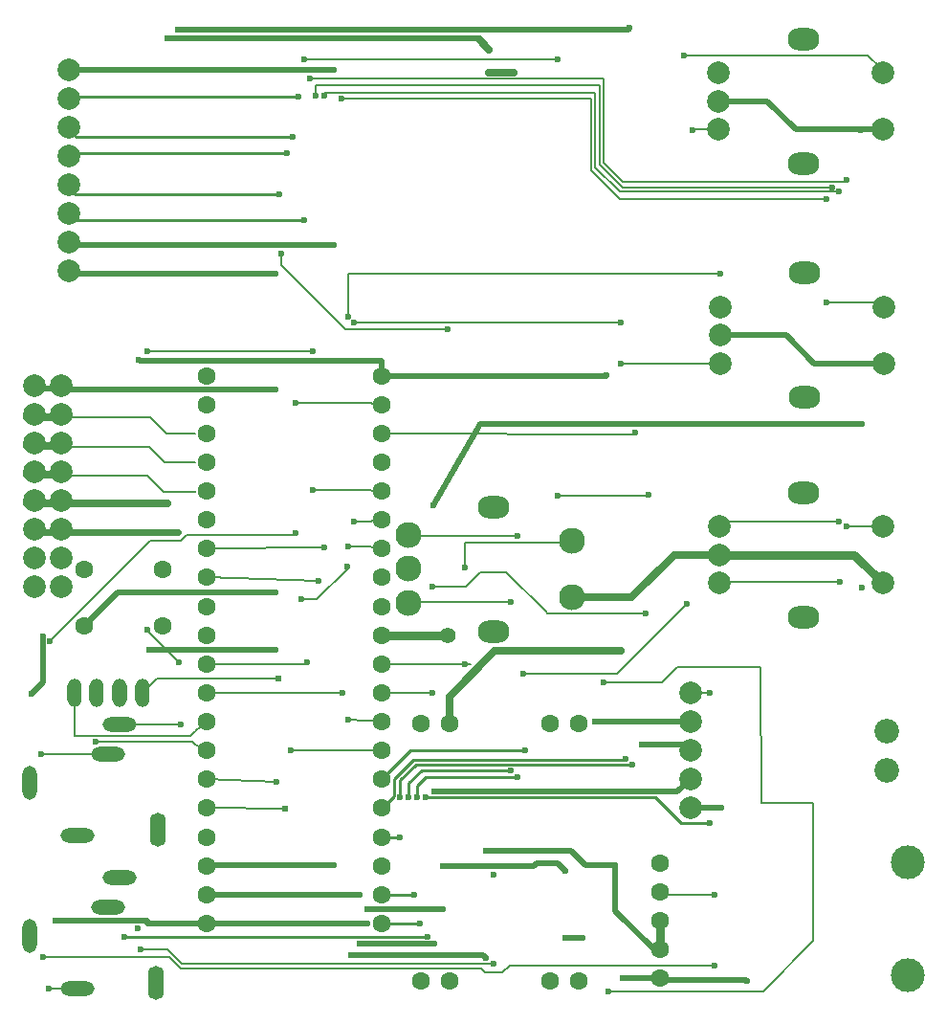
<source format=gbl>
G04 Layer: BottomLayer*
G04 EasyEDA v6.5.54, 2026-02-11 12:30:12*
G04 eb789f6f9b4241e9a458f17a6f4b8d6f,92e600de7ff74937a4e092c024f19ce6,10*
G04 Gerber Generator version 0.2*
G04 Scale: 100 percent, Rotated: No, Reflected: No *
G04 Dimensions in millimeters *
G04 leading zeros omitted , absolute positions ,4 integer and 5 decimal *
%FSLAX45Y45*%
%MOMM*%

%ADD10C,0.5000*%
%ADD11C,0.2000*%
%ADD12C,0.8000*%
%ADD13C,0.2500*%
%ADD14C,0.7000*%
%ADD15C,0.6000*%
%ADD16C,2.3000*%
%ADD17C,0.0128*%
%ADD18O,2.799994X1.999996*%
%ADD19C,2.0000*%
%ADD20C,1.6000*%
%ADD21C,2.9997*%
%ADD22C,2.1844*%
%ADD23O,1.27X2.54*%
%ADD24O,1.28999X2.54*%
%ADD25O,2.999994X1.299997*%
%ADD26O,1.399997X2.999994*%
%ADD27O,1.299997X2.999994*%
%ADD28C,1.4000*%
%ADD29C,0.6200*%

%LPD*%
D10*
X-3924302Y635000D02*
G01*
X-2755902Y635000D01*
X-2730500Y609597D01*
X-2730502Y1562100D02*
G01*
X-2730423Y1562178D01*
X-1981200Y1562178D01*
X-1854200Y1435178D01*
X-1587500Y1435178D01*
X-1587500Y1028778D01*
X-1244600Y685878D01*
X-1193800Y685878D01*
X-1765302Y2705100D02*
G01*
X-1727326Y2705100D01*
X-1727260Y2705166D01*
X-924816Y2705178D01*
X-3659301Y5763107D02*
G01*
X-3657600Y5892800D01*
X-5791199Y5892797D01*
X-5803902Y5905500D01*
X-3659301Y5763107D02*
G01*
X-1663702Y5763082D01*
X-1663702Y5765800D01*
D11*
X-3659380Y5508066D02*
G01*
X-3771902Y5524576D01*
X-4419602Y5524576D01*
X-3659301Y5252999D02*
G01*
X-3659301Y5252999D01*
X-1422405Y5245097D01*
X-1409702Y5257800D01*
X-3659301Y4742891D02*
G01*
X-3841239Y4749878D01*
X-4267202Y4749878D01*
X-4267202Y4749800D01*
X-3659301Y4487824D02*
G01*
X-3776063Y4470400D01*
X-3898902Y4470400D01*
X-3659301Y4232782D02*
G01*
X-3780360Y4254500D01*
X-3949702Y4254500D01*
D12*
X-3659301Y3467633D02*
G01*
X-3071141Y3467633D01*
D11*
X-3659301Y3212566D02*
G01*
X-2868498Y3213100D01*
X-3210816Y2959176D02*
G01*
X-3659301Y2957525D01*
X-3659301Y2702458D02*
G01*
X-3949702Y2717878D01*
X-3949702Y2717800D01*
X-3659301Y2447417D02*
G01*
X-3762885Y2451100D01*
X-4457702Y2451100D01*
D13*
X-3659299Y2192378D02*
G01*
X-3400577Y2451100D01*
X-2387602Y2451100D01*
X-3659380Y1937334D02*
G01*
X-3644902Y1937334D01*
X-3543302Y2038934D01*
X-3543302Y2197176D01*
X-3378202Y2362276D01*
X-1511302Y2362276D01*
X-1498602Y2374976D01*
X-3492502Y2032076D02*
G01*
X-3492502Y2184476D01*
X-3352802Y2324176D01*
X-1435102Y2324176D01*
X-3659299Y1682269D02*
G01*
X-3498372Y1682269D01*
X-3492502Y1676400D01*
X-3659301Y1172159D02*
G01*
X-3659301Y1172159D01*
X-3365502Y1168400D01*
X-3314702Y914400D02*
G01*
X-3659301Y917117D01*
X-3659301Y917117D01*
D10*
X-3784602Y1041400D02*
G01*
X-3111502Y1041400D01*
X-3111500Y1041397D01*
D11*
X-5205298Y4232782D02*
G01*
X-5205298Y4232782D01*
X-4165602Y4241797D01*
X-4165602Y4241800D01*
X-5205298Y3977741D02*
G01*
X-5205298Y3977741D01*
X-4216402Y3949700D01*
X-5205300Y3212564D02*
G01*
X-4331238Y3212564D01*
X-4318002Y3225800D01*
X-5205298Y2957525D02*
G01*
X-5205298Y2957525D01*
X-4000502Y2959100D01*
X-5205298Y2702458D02*
G01*
X-5304538Y2620340D01*
X-5346702Y2578176D01*
X-6376418Y2578176D01*
X-6376418Y2959176D01*
X-5205298Y2447417D02*
G01*
X-5304538Y2497912D01*
X-5334002Y2527376D01*
X-6184902Y2527376D01*
X-4584702Y2171700D02*
G01*
X-5205298Y2192375D01*
X-5205298Y2192375D01*
X-4508502Y1930400D02*
G01*
X-5205298Y1937308D01*
X-5205298Y1937308D01*
D10*
X-5205300Y1427203D02*
G01*
X-5197403Y1435100D01*
X-4076702Y1435100D01*
X-5205300Y1172161D02*
G01*
X-3848102Y1172161D01*
X-3848102Y1168400D01*
X-5714999Y3340097D02*
G01*
X-4597400Y3340097D01*
D11*
X-6591302Y3416376D02*
G01*
X-5702302Y4305376D01*
X-5435602Y4305376D01*
X-5384802Y4356176D01*
X-4432302Y4356176D01*
X-4419602Y4368876D01*
D14*
X-1968756Y3801440D02*
G01*
X-1445516Y3801440D01*
X-1068580Y4178376D01*
X-671832Y4178376D01*
D11*
X-4267202Y5981700D02*
G01*
X-4267205Y5981697D01*
X-5727705Y5981697D01*
X-6079441Y2419708D02*
G01*
X-6086149Y2413000D01*
X-6667502Y2413000D01*
D10*
X-2781300Y5334000D02*
G01*
X-3202754Y4621098D01*
D11*
X-1536700Y5867397D02*
G01*
X-665507Y5867397D01*
X-661489Y5871415D01*
X-1397147Y6667497D02*
G01*
X-660400Y6667497D01*
X-3949702Y6286576D02*
G01*
X-3949702Y6667576D01*
X-1384302Y6667576D01*
X-1803400Y7581900D02*
G01*
X-1549402Y7327976D01*
X279397Y7327976D01*
X-4013202Y8216976D02*
G01*
X-1803402Y8216976D01*
X-1803402Y7835722D01*
X-1803400Y7581900D01*
X-1968502Y8267776D02*
G01*
X-1765302Y8267776D01*
X-1765302Y7607376D01*
X-1549402Y7391476D01*
X393697Y7391476D01*
X-1930402Y8331276D02*
G01*
X-1727202Y8331276D01*
X-1727202Y7632776D01*
X-1524002Y7429576D01*
X330197Y7429576D01*
X-4241802Y8242376D02*
G01*
X-4241802Y8331276D01*
X-1930402Y8331276D01*
X-1892302Y8394776D02*
G01*
X-1689102Y8394776D01*
X-1689102Y7645476D01*
X-1524002Y7480376D01*
X444497Y7480376D01*
X457197Y7493076D01*
X-4292600Y8394697D02*
G01*
X-1892300Y8394700D01*
X-4165602Y8242376D02*
G01*
X-4165602Y8267776D01*
X-1968500Y8267700D01*
D13*
X-2451102Y2209800D02*
G01*
X-3263902Y2209800D01*
X-3340100Y2133602D01*
X-3340100Y2031997D01*
X-3416300Y2031997D02*
G01*
X-3416300Y2158997D01*
X-3301997Y2273300D01*
X-2514602Y2273300D01*
X-3251202Y800100D02*
G01*
X-5930902Y800100D01*
X-5930905Y800097D01*
X-749300Y1803478D02*
G01*
X-1003300Y1803478D01*
X-1231900Y2032078D01*
X-3263823Y2032078D01*
X-3263902Y2032000D01*
D11*
X-977902Y8597900D02*
G01*
X647171Y8597900D01*
X762162Y8482909D01*
X775792Y8441484D01*
X-711202Y546100D02*
G01*
X-2522298Y546100D01*
X-2585801Y482597D01*
X-2740581Y482597D01*
X-2778757Y520778D01*
X-5435600Y520778D01*
X-5537205Y622378D01*
X-6654805Y622378D01*
X-2667002Y558800D02*
G01*
X-5422907Y558800D01*
X-5549905Y685797D01*
X-5791205Y685797D01*
D10*
X-1524002Y431876D02*
G01*
X-1193802Y431876D01*
D11*
X-6553202Y5397576D02*
G01*
X-5702302Y5397576D01*
X-5557776Y5253050D01*
X-5304538Y5253050D01*
X-6553202Y5143576D02*
G01*
X-6553202Y5130876D01*
X-5715002Y5130876D01*
X-5582160Y4998034D01*
X-5304538Y4998034D01*
X-6553202Y4889576D02*
G01*
X-6540502Y4876876D01*
X-5727702Y4876876D01*
X-5588002Y4737176D01*
X-5310380Y4737176D01*
X-5304538Y4742764D01*
D15*
X-5461002Y4381500D02*
G01*
X-5461081Y4381578D01*
X-6794505Y4381578D01*
D10*
X-6654802Y3454400D02*
G01*
X-6654802Y3048081D01*
X-6756405Y2946478D01*
D11*
X-6350005Y342978D02*
G01*
X-6350083Y342900D01*
X-6604002Y342900D01*
D10*
X-3111502Y1422476D02*
G01*
X-2311402Y1422476D01*
X-2286002Y1447876D01*
X-2095502Y1447876D01*
X-2032002Y1384376D01*
X-2032000Y787400D02*
G01*
X-1879602Y787400D01*
D11*
X-1689100Y3048078D02*
G01*
X-1179065Y3048078D01*
X-1039365Y3187778D01*
X-304800Y3187778D01*
X-292100Y1981278D01*
X165100Y1981278D01*
X165100Y762078D01*
X-279476Y317500D01*
X-1651002Y317500D01*
D10*
X-3187702Y2082800D02*
G01*
X-1039139Y2082800D01*
X-924841Y2197097D01*
X-5304642Y917120D02*
G01*
X-3784602Y917120D01*
X-3784602Y914400D01*
X-5304543Y917013D02*
G01*
X-5727705Y917013D01*
X-5727705Y939800D01*
X-6540502Y939800D01*
X-863600Y419178D02*
G01*
X-431881Y419178D01*
X-419102Y406400D01*
D14*
X-3056155Y2686812D02*
G01*
X-3056130Y2925648D01*
X-2654302Y3327476D01*
X-1536702Y3327476D01*
D10*
X-3848102Y736600D02*
G01*
X-3187702Y736600D01*
X-3187700Y736597D01*
D11*
X-2400302Y3124200D02*
G01*
X-1574797Y3124200D01*
X-952500Y3746497D01*
D10*
X596900Y5333997D02*
G01*
X-2781955Y5333997D01*
X-661415Y6121478D02*
G01*
X-76200Y6121478D01*
X173733Y5871286D01*
X788418Y5871540D01*
X775718Y7941386D02*
G01*
X6598Y7941386D01*
X-243593Y8191578D01*
X-674115Y8191578D01*
D12*
X-671934Y4178327D02*
G01*
X528043Y4178327D01*
X778050Y3928315D01*
D11*
X-901702Y7937500D02*
G01*
X-897712Y7941490D01*
X-674189Y7941490D01*
X457200Y4432297D02*
G01*
X774054Y4432297D01*
X778050Y4428309D01*
X279400Y6413497D02*
G01*
X746399Y6413497D01*
X788492Y6371409D01*
X393700Y4470397D02*
G01*
X-629838Y4470397D01*
X-671934Y4428309D01*
X395958Y3936997D02*
G01*
X-663252Y3936997D01*
X-671934Y3928315D01*
D14*
X-1968759Y3801440D02*
G01*
X-1968759Y3848178D01*
D10*
X-647702Y1943176D02*
G01*
X-647702Y1943176D01*
X-924816Y1943938D01*
X-924816Y1943176D01*
D11*
X-3073402Y6172276D02*
G01*
X-3975102Y6172276D01*
X-4546602Y6743776D01*
X-4546602Y6845376D01*
D10*
X-4597402Y3848100D02*
G01*
X-5992776Y3848100D01*
X-6293561Y3547315D01*
X-5461002Y8826500D02*
G01*
X-1473276Y8826500D01*
X-1460500Y8839278D01*
X-5549902Y8750300D02*
G01*
X-2806702Y8750300D01*
X-2794000Y8737597D01*
X-1193802Y431800D02*
G01*
X-1155697Y419100D01*
X-863602Y419100D01*
D13*
X-4394202Y8229600D02*
G01*
X-6388102Y8229600D01*
X-6426205Y8191497D01*
X-4559302Y7366000D02*
G01*
X-6362707Y7366000D01*
X-6426205Y7429497D01*
D10*
X-6794505Y5651497D02*
G01*
X-6553205Y5651497D01*
X-6553202Y5651500D01*
X-4597402Y5638800D02*
G01*
X-6540507Y5638800D01*
X-6553205Y5651497D01*
X-6426205Y6667497D02*
G01*
X-6032505Y6667497D01*
X-4597405Y6667497D01*
X-4597402Y6667500D01*
X-924841Y2501900D02*
G01*
X-1356641Y2501900D01*
X-6426205Y8445497D02*
G01*
X-6400802Y8470900D01*
X-4076702Y8470900D01*
X-4076702Y6921500D02*
G01*
X-4076702Y6921497D01*
X-5334000Y6921497D01*
X-6426205Y6921578D01*
D14*
X-2705102Y8648776D02*
G01*
X-2794002Y8737676D01*
D11*
X-924841Y2959097D02*
G01*
X-749305Y2959097D01*
X-749302Y2959100D01*
X-1320802Y3657676D02*
G01*
X-2194816Y3657676D01*
X-2194816Y3668090D01*
X-2552702Y4025976D01*
X-2781302Y4025976D01*
X-2908302Y3898976D01*
X-3210816Y3898976D01*
D13*
X-4495802Y7734300D02*
G01*
X-6375402Y7734300D01*
X-6426205Y7683497D01*
X-4445002Y7874000D02*
G01*
X-6361610Y7874000D01*
X-6425951Y7938340D01*
D11*
X-2514602Y3759200D02*
G01*
X-3413660Y3759200D01*
X-3418865Y3753995D01*
X-5776290Y2959097D02*
G01*
X-5649287Y3086100D01*
X-4572002Y3086100D01*
D14*
X-6794505Y5397497D02*
G01*
X-6553205Y5397497D01*
X-6553202Y5397500D01*
X-6794505Y5143497D02*
G01*
X-6553205Y5143497D01*
X-6553202Y5143500D01*
X-6794505Y4889497D02*
G01*
X-6553205Y4889497D01*
X-6553202Y4889500D01*
X-6794505Y4635497D02*
G01*
X-6553205Y4635497D01*
X-6553202Y4635500D01*
X-5549902Y4635500D02*
G01*
X-6794502Y4635500D01*
X-6794505Y4635497D01*
D12*
X-1193802Y685800D02*
G01*
X-1193802Y939800D01*
D14*
X-2705102Y8445576D02*
G01*
X-2489202Y8445576D01*
D11*
X-3898900Y6235697D02*
G01*
X-1536705Y6235697D01*
X-1536702Y6235700D01*
X-2095502Y4699000D02*
G01*
X-1305839Y4699000D01*
X-1293141Y4711697D01*
X-4368802Y3784600D02*
G01*
X-4229102Y3784600D01*
X-3962400Y4051302D01*
X-3962400Y4076697D01*
X-5727705Y3517897D02*
G01*
X-5727705Y3505202D01*
X-5448302Y3225800D01*
X-5435602Y2679700D02*
G01*
X-5979340Y2679700D01*
X-5979416Y2679778D01*
X-3418842Y4353890D02*
G01*
X-3418842Y4343400D01*
X-2451102Y4343400D01*
X-2918716Y4064076D02*
G01*
X-2918716Y4286072D01*
X-1953516Y4286072D01*
X-1968756Y4301312D01*
X-1193800Y1193797D02*
G01*
X-1193800Y1168400D01*
X-711202Y1168400D01*
D13*
X-6426205Y7175578D02*
G01*
X-6388026Y7137400D01*
X-4343402Y7137400D01*
D11*
X-4343400Y8559797D02*
G01*
X-2095502Y8559797D01*
X-2095502Y8559800D01*
D16*
G01*
X-3418867Y4353991D03*
G01*
X-3418867Y4053992D03*
G01*
X-3418867Y3753993D03*
G01*
X-1968883Y3801338D03*
G01*
X-1968883Y4301337D03*
D18*
G01*
X-2668882Y4601337D03*
G01*
X-2668882Y3501339D03*
D19*
G01*
X-6426202Y6692900D03*
G01*
X-6426202Y6946900D03*
G01*
X-6426202Y7200900D03*
G01*
X-6426202Y7454900D03*
G01*
X-6426202Y7708900D03*
G01*
X-6426202Y7962900D03*
G01*
X-6426202Y8216900D03*
G01*
X-6426202Y8470900D03*
D20*
G01*
X-1193802Y1447800D03*
G01*
X-1193802Y1193800D03*
G01*
X-1193802Y939800D03*
G01*
X-1193802Y685800D03*
G01*
X-1193802Y431800D03*
D21*
G01*
X1003297Y1460500D03*
G01*
X1003297Y457200D03*
D19*
G01*
X-924841Y1943100D03*
D22*
G01*
X815058Y2268397D03*
G01*
X815058Y2618409D03*
D19*
G01*
X-924841Y2959100D03*
G01*
X-924841Y2705100D03*
G01*
X-924841Y2451100D03*
G01*
X-924841Y2197100D03*
D20*
G01*
X-3309317Y406400D03*
G01*
X-1909269Y406400D03*
G01*
X-3309317Y2686812D03*
G01*
X-1909269Y2686812D03*
G01*
X-3056155Y2686812D03*
G01*
X-2163269Y2686812D03*
G01*
X-2164361Y405536D03*
G01*
X-3055444Y406247D03*
D23*
G01*
X-6177993Y2959100D03*
G01*
X-6376291Y2959100D03*
G01*
X-5776292Y2959100D03*
D24*
G01*
X-5976292Y2959100D03*
D19*
G01*
X-6731002Y5676900D03*
G01*
X-6731002Y5422900D03*
G01*
X-6731002Y5168900D03*
G01*
X-6731002Y4914900D03*
G01*
X-6731002Y4660900D03*
G01*
X-6731002Y4406900D03*
G01*
X-6731002Y4152900D03*
G01*
X-6731002Y3898900D03*
G01*
X-6489702Y5676900D03*
G01*
X-6489702Y5422900D03*
G01*
X-6489702Y5168900D03*
G01*
X-6489702Y4914900D03*
G01*
X-6489702Y4660900D03*
G01*
X-6489702Y4406900D03*
G01*
X-6489702Y4152900D03*
G01*
X-6489702Y3898900D03*
D20*
G01*
X-6293563Y4047286D03*
G01*
X-5593615Y4047286D03*
G01*
X-6293563Y3547313D03*
G01*
X-5593615Y3547313D03*
D19*
G01*
X-671934Y4428312D03*
G01*
X-671934Y4178325D03*
G01*
X-671934Y3928313D03*
G01*
X778050Y3928313D03*
G01*
X778050Y4428312D03*
D18*
G01*
X78051Y4728311D03*
G01*
X78051Y3628313D03*
D19*
G01*
X-674194Y8441486D03*
G01*
X-674194Y8191500D03*
G01*
X-674194Y7941487D03*
G01*
X775789Y7941487D03*
G01*
X775789Y8441486D03*
D18*
G01*
X75791Y8741486D03*
G01*
X75791Y7641488D03*
D19*
G01*
X-661494Y6371412D03*
G01*
X-661494Y6121425D03*
G01*
X-661494Y5871413D03*
G01*
X788489Y5871413D03*
G01*
X788489Y6371412D03*
D18*
G01*
X88491Y6671411D03*
G01*
X88491Y5571413D03*
D20*
G01*
X-3659304Y917117D03*
G01*
X-3659304Y1172159D03*
G01*
X-3659304Y1427200D03*
G01*
X-3659304Y5252999D03*
G01*
X-3659304Y2702458D03*
G01*
X-3659304Y3722674D03*
G01*
X-3659304Y4232782D03*
G01*
X-3659304Y2447417D03*
G01*
X-3659304Y4487824D03*
G01*
X-3659304Y3977741D03*
G01*
X-3659304Y3467633D03*
G01*
X-3659304Y5508040D03*
G01*
X-3659304Y4997932D03*
G01*
X-3659304Y2957525D03*
G01*
X-3659304Y1937308D03*
G01*
X-3659304Y1682267D03*
G01*
X-3659304Y2192375D03*
G01*
X-3659304Y5763107D03*
G01*
X-3659304Y3212566D03*
G01*
X-3659304Y4742891D03*
G01*
X-5205300Y4742891D03*
G01*
X-5205300Y3212566D03*
G01*
X-5205300Y5763107D03*
G01*
X-5205300Y2192375D03*
G01*
X-5205300Y1682267D03*
G01*
X-5205300Y1937308D03*
G01*
X-5205300Y2957525D03*
G01*
X-5205300Y4997932D03*
G01*
X-5205300Y5508040D03*
G01*
X-5205300Y3467633D03*
G01*
X-5205300Y3977741D03*
G01*
X-5205300Y4487824D03*
G01*
X-5205300Y2447417D03*
G01*
X-5205300Y4232782D03*
G01*
X-5205300Y3722674D03*
G01*
X-5205300Y2702458D03*
G01*
X-5205300Y5252999D03*
G01*
X-5205300Y1427200D03*
G01*
X-5205300Y1172159D03*
G01*
X-5205300Y917117D03*
D25*
G01*
X-6349443Y1699691D03*
D26*
G01*
X-5639437Y1749704D03*
D25*
G01*
X-6079441Y2419705D03*
G01*
X-5979441Y2679700D03*
D27*
G01*
X-6769432Y2159711D03*
D25*
G01*
X-6350002Y342900D03*
D26*
G01*
X-5651502Y393700D03*
D25*
G01*
X-6080000Y1062913D03*
G01*
X-5980000Y1322908D03*
D27*
G01*
X-6769991Y802919D03*
D15*
G01*
X-3848102Y1168400D03*
G01*
X-3848102Y736600D03*
G01*
X-3187702Y736600D03*
G01*
X-3784602Y914400D03*
G01*
X-3784602Y1041400D03*
G01*
X-4076702Y1435100D03*
G01*
X-4076702Y6921500D03*
G01*
X-1879602Y787400D03*
G01*
X-4076702Y8470900D03*
G01*
X-711202Y1168400D03*
G01*
X-3924302Y635000D03*
G01*
X-2730502Y609600D03*
G01*
X-863602Y419100D03*
G01*
X-647702Y1943100D03*
G01*
X-1409702Y5257800D03*
G01*
X-1663702Y5765800D03*
G01*
X-1356641Y2501900D03*
G01*
X-1587502Y1435100D03*
G01*
X-3202764Y4621047D03*
G01*
X-2451102Y2209800D03*
G01*
X-2514602Y2273300D03*
G01*
X-2514602Y3759200D03*
G01*
X-2918741Y3212566D03*
G01*
X-2918741Y4064000D03*
G01*
X-1435102Y2324100D03*
G01*
X-1498602Y2374900D03*
G01*
X-901702Y7937500D03*
G01*
X-2387602Y2451100D03*
G01*
X-977902Y8597900D03*
G01*
X-3949702Y4254500D03*
G01*
X-3949702Y6286500D03*
G01*
X-660402Y6667500D03*
G01*
X-3898902Y4470400D03*
G01*
X-3898902Y6235700D03*
G01*
X-1536702Y6235700D03*
G01*
X-1536702Y5867400D03*
G01*
X-4000502Y2959100D03*
G01*
X-4013202Y8216900D03*
G01*
X279397Y7327900D03*
G01*
X279397Y6413500D03*
G01*
X-4165602Y4241800D03*
G01*
X-4165602Y8242300D03*
G01*
X393697Y7391400D03*
G01*
X393697Y4470400D03*
G01*
X-4216402Y3949700D03*
G01*
X-4241802Y8242300D03*
G01*
X330197Y7429500D03*
G01*
X395958Y3937000D03*
G01*
X-4318002Y3225800D03*
G01*
X-4292602Y8394700D03*
G01*
X457197Y7493000D03*
G01*
X457197Y4432300D03*
G01*
X-419102Y406400D03*
G01*
X596897Y3886200D03*
G01*
X-4597402Y5638800D03*
G01*
X-4597402Y6667500D03*
G01*
X-3949702Y2717800D03*
G01*
X-3962402Y4076700D03*
G01*
X-4368802Y3784600D03*
G01*
X-4394202Y8229600D03*
G01*
X-4457702Y2451100D03*
G01*
X-4495802Y7734300D03*
D28*
G01*
X-3071141Y3467633D03*
D15*
G01*
X-3073402Y6172200D03*
G01*
X-4546602Y6845300D03*
G01*
X-2095502Y8559800D03*
G01*
X-2095502Y4699000D03*
G01*
X-1293141Y4711700D03*
G01*
X-1320802Y3657600D03*
G01*
X-3210841Y3898900D03*
G01*
X-3210841Y2959100D03*
G01*
X-749302Y2959100D03*
G01*
X-749302Y1803400D03*
G01*
X-4419602Y5524500D03*
G01*
X-4419602Y4368800D03*
G01*
X-6184902Y2527300D03*
G01*
X-4584702Y2171700D03*
G01*
X-2451102Y4343400D03*
G01*
X-5727702Y5981700D03*
G01*
X-4267202Y5981700D03*
G01*
X-4597402Y3848100D03*
G01*
X-2705102Y8648700D03*
G01*
X-2705102Y8445500D03*
G01*
X-2489202Y8445500D03*
G01*
X-4267202Y4749800D03*
G01*
X-6756402Y2946400D03*
G01*
X-6667502Y2413000D03*
G01*
X584197Y7937500D03*
G01*
X596897Y5867400D03*
G01*
X596897Y5334000D03*
G01*
X-5461002Y4381500D03*
G01*
X-5549902Y4635500D03*
G01*
X-4559302Y7366000D03*
G01*
X-1536702Y3327400D03*
G01*
X-952502Y3746500D03*
G01*
X-1689102Y3048000D03*
G01*
X-1765302Y2705100D03*
G01*
X-2400302Y3124200D03*
G01*
X-5448302Y3225800D03*
G01*
X-5435602Y2679700D03*
G01*
X-5727702Y3517900D03*
G01*
X-4343402Y7137400D03*
G01*
X-4343402Y8559800D03*
D29*
G01*
X-4508502Y1930400D03*
G01*
X-4572002Y3086100D03*
D15*
G01*
X-5816602Y876300D03*
G01*
X-3187702Y2082800D03*
G01*
X-4445002Y7874000D03*
G01*
X-5549902Y8750300D03*
G01*
X-5461002Y8826500D03*
G01*
X-1460502Y8839276D03*
G01*
X-6540502Y939800D03*
G01*
X-711202Y546100D03*
G01*
X-6654802Y622300D03*
G01*
X-5791202Y685800D03*
G01*
X-5930902Y800100D03*
G01*
X-2667002Y1346200D03*
G01*
X-2667002Y558800D03*
G01*
X-2730502Y1562100D03*
G01*
X-1651002Y317500D03*
G01*
X-2032002Y1384376D03*
G01*
X-2032002Y787400D03*
G01*
X-3111502Y1041400D03*
G01*
X-3111502Y1422400D03*
G01*
X-6604002Y342900D03*
G01*
X-6591302Y3416300D03*
G01*
X-5803902Y5905500D03*
G01*
X-6654802Y3454400D03*
G01*
X-1523977Y431876D03*
G01*
X-3263902Y2032000D03*
G01*
X-3251202Y800100D03*
G01*
X-3340102Y2032000D03*
G01*
X-3314702Y914400D03*
G01*
X-3365502Y1168400D03*
G01*
X-3416302Y2032000D03*
G01*
X-3492502Y1676400D03*
G01*
X-3492502Y2032000D03*
G01*
X-5715002Y3340100D03*
G01*
X-4597402Y3340100D03*
M02*

</source>
